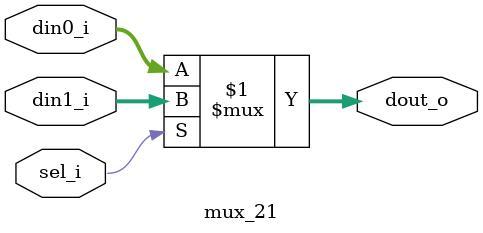
<source format=v>
module mux_21(
    input         sel_i,
    input  [31:0] din0_i,
    input  [31:0] din1_i,
    output [31:0] dout_o
);

    assign dout_o = (sel_i)? din1_i : din0_i;
    
endmodule

</source>
